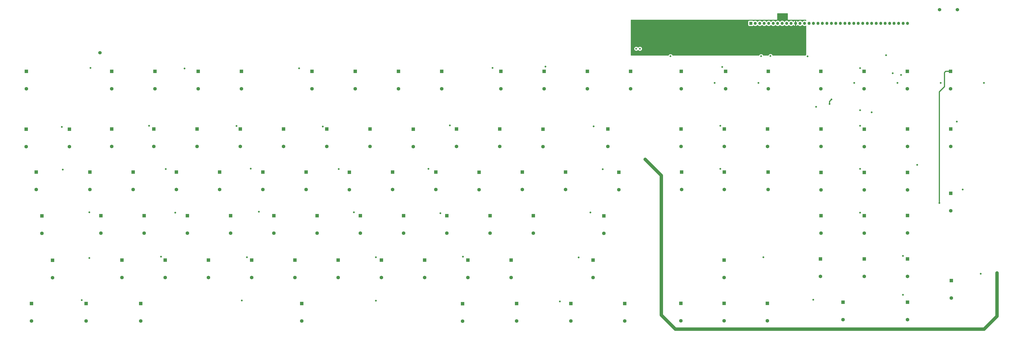
<source format=gbr>
%TF.GenerationSoftware,KiCad,Pcbnew,(5.1.9)-1*%
%TF.CreationDate,2021-06-08T21:52:20+10:00*%
%TF.ProjectId,RedPyKeeb_mainboard,52656450-794b-4656-9562-5f6d61696e62,rev?*%
%TF.SameCoordinates,Original*%
%TF.FileFunction,Copper,L3,Inr*%
%TF.FilePolarity,Positive*%
%FSLAX46Y46*%
G04 Gerber Fmt 4.6, Leading zero omitted, Abs format (unit mm)*
G04 Created by KiCad (PCBNEW (5.1.9)-1) date 2021-06-08 21:52:20*
%MOMM*%
%LPD*%
G01*
G04 APERTURE LIST*
%TA.AperFunction,ComponentPad*%
%ADD10O,1.350000X1.350000*%
%TD*%
%TA.AperFunction,ComponentPad*%
%ADD11R,1.350000X1.350000*%
%TD*%
%TA.AperFunction,ComponentPad*%
%ADD12C,1.600000*%
%TD*%
%TA.AperFunction,ComponentPad*%
%ADD13R,1.600000X1.600000*%
%TD*%
%TA.AperFunction,ViaPad*%
%ADD14C,0.800000*%
%TD*%
%TA.AperFunction,ViaPad*%
%ADD15C,1.524000*%
%TD*%
%TA.AperFunction,Conductor*%
%ADD16C,1.524000*%
%TD*%
%TA.AperFunction,Conductor*%
%ADD17C,0.508000*%
%TD*%
%TA.AperFunction,Conductor*%
%ADD18C,0.254000*%
%TD*%
%TA.AperFunction,Conductor*%
%ADD19C,0.100000*%
%TD*%
G04 APERTURE END LIST*
D10*
%TO.N,GNDPWR*%
%TO.C,J1*%
X412036400Y-31445200D03*
%TO.N,LED_SCL_STATUS0*%
X410036400Y-31445200D03*
%TO.N,LED_SDA_STATUS0*%
X408036400Y-31445200D03*
%TO.N,MAIN_VBUS*%
X406036400Y-31445200D03*
%TO.N,KEY_COL20*%
X404036400Y-31445200D03*
%TO.N,KEY_COL19*%
X402036400Y-31445200D03*
%TO.N,KEY_COL18*%
X400036400Y-31445200D03*
%TO.N,KEY_COL17*%
X398036400Y-31445200D03*
%TO.N,KEY_COL16*%
X396036400Y-31445200D03*
%TO.N,KEY_COL15*%
X394036400Y-31445200D03*
%TO.N,KEY_COL14*%
X392036400Y-31445200D03*
%TO.N,KEY_COL13*%
X390036400Y-31445200D03*
%TO.N,KEY_COL12*%
X388036400Y-31445200D03*
%TO.N,KEY_COL11*%
X386036400Y-31445200D03*
%TO.N,KEY_COL10*%
X384036400Y-31445200D03*
%TO.N,KEY_COL9*%
X382036400Y-31445200D03*
%TO.N,KEY_COL8*%
X380036400Y-31445200D03*
%TO.N,KEY_COL7*%
X378036400Y-31445200D03*
%TO.N,KEY_COL6*%
X376036400Y-31445200D03*
%TO.N,KEY_COL5*%
X374036400Y-31445200D03*
%TO.N,KEY_COL4*%
X372036400Y-31445200D03*
%TO.N,KEY_COL3*%
X370036400Y-31445200D03*
%TO.N,KEY_COL2*%
X368036400Y-31445200D03*
%TO.N,KEY_COL1*%
X366036400Y-31445200D03*
%TO.N,KEY_COL0*%
X364036400Y-31445200D03*
%TO.N,GNDPWR*%
X362036400Y-31445200D03*
%TO.N,LED_SCL_ROW0*%
X360036400Y-31445200D03*
%TO.N,LED_SDA_ROW0*%
X358036400Y-31445200D03*
%TO.N,MAIN_VBUS*%
X356036400Y-31445200D03*
%TO.N,KEY_ROW6*%
X354036400Y-31445200D03*
%TO.N,KEY_ROW5*%
X352036400Y-31445200D03*
%TO.N,KEY_ROW4*%
X350036400Y-31445200D03*
%TO.N,KEY_ROW3*%
X348036400Y-31445200D03*
%TO.N,KEY_ROW2*%
X346036400Y-31445200D03*
%TO.N,KEY_ROW1*%
X344036400Y-31445200D03*
D11*
%TO.N,KEY_ROW0*%
X342036400Y-31445200D03*
%TD*%
D12*
%TO.N,Net-(D0\u002C3-Pad2)*%
%TO.C,D0\u002C3*%
X25603200Y-125235800D03*
D13*
%TO.N,KEY_ROW3*%
X25603200Y-117435800D03*
%TD*%
D12*
%TO.N,Net-(D0\u002C5-Pad2)*%
%TO.C,D0\u002C5*%
X20967700Y-164351800D03*
D13*
%TO.N,KEY_ROW5*%
X20967700Y-156551800D03*
%TD*%
D12*
%TO.N,Net-(D0\u002C4-Pad2)*%
%TO.C,D0\u002C4*%
X30365700Y-144984300D03*
D13*
%TO.N,KEY_ROW4*%
X30365700Y-137184300D03*
%TD*%
D12*
%TO.N,Net-(D0\u002C0-Pad2)*%
%TO.C,D0\u002C0*%
X18618200Y-60656300D03*
D13*
%TO.N,KEY_ROW0*%
X18618200Y-52856300D03*
%TD*%
D12*
%TO.N,Net-(D0\u002C2-Pad2)*%
%TO.C,D0\u002C2*%
X23063200Y-105677800D03*
D13*
%TO.N,KEY_ROW2*%
X23063200Y-97877800D03*
%TD*%
D12*
%TO.N,Net-(D0\u002C1-Pad2)*%
%TO.C,D0\u002C1*%
X18554700Y-86500800D03*
D13*
%TO.N,KEY_ROW1*%
X18554700Y-78700800D03*
%TD*%
D12*
%TO.N,Net-(D1\u002C3-Pad2)*%
%TO.C,D1\u002C3*%
X51892200Y-125108800D03*
D13*
%TO.N,KEY_ROW3*%
X51892200Y-117308800D03*
%TD*%
D12*
%TO.N,Net-(D1\u002C0-Pad2)*%
%TO.C,D1\u002C0*%
X56766460Y-60707100D03*
D13*
%TO.N,KEY_ROW0*%
X56766460Y-52907100D03*
%TD*%
D12*
%TO.N,Net-(D1\u002C4-Pad2)*%
%TO.C,D1\u002C4*%
X61290200Y-144920800D03*
D13*
%TO.N,KEY_ROW4*%
X61290200Y-137120800D03*
%TD*%
D12*
%TO.N,Net-(D1\u002C5-Pad2)*%
%TO.C,D1\u002C5*%
X45351700Y-164351800D03*
D13*
%TO.N,KEY_ROW5*%
X45351700Y-156551800D03*
%TD*%
D12*
%TO.N,Net-(D1\u002C1-Pad2)*%
%TO.C,D1\u002C1*%
X37858700Y-86500800D03*
D13*
%TO.N,KEY_ROW1*%
X37858700Y-78700800D03*
%TD*%
D12*
%TO.N,Net-(D1\u002C2-Pad2)*%
%TO.C,D1\u002C2*%
X47002700Y-105677800D03*
D13*
%TO.N,KEY_ROW2*%
X47002700Y-97877800D03*
%TD*%
D12*
%TO.N,Net-(D2\u002C4-Pad2)*%
%TO.C,D2\u002C4*%
X80594200Y-144920800D03*
D13*
%TO.N,KEY_ROW4*%
X80594200Y-137120800D03*
%TD*%
D12*
%TO.N,Net-(D2\u002C5-Pad2)*%
%TO.C,D2\u002C5*%
X69735700Y-164351800D03*
D13*
%TO.N,KEY_ROW5*%
X69735700Y-156551800D03*
%TD*%
D12*
%TO.N,Net-(D2\u002C0-Pad2)*%
%TO.C,D2\u002C0*%
X76070460Y-60656300D03*
D13*
%TO.N,KEY_ROW0*%
X76070460Y-52856300D03*
%TD*%
D12*
%TO.N,Net-(D2\u002C2-Pad2)*%
%TO.C,D2\u002C2*%
X66306700Y-105677800D03*
D13*
%TO.N,KEY_ROW2*%
X66306700Y-97877800D03*
%TD*%
D12*
%TO.N,Net-(D2\u002C1-Pad2)*%
%TO.C,D2\u002C1*%
X56781700Y-86437300D03*
D13*
%TO.N,KEY_ROW1*%
X56781700Y-78637300D03*
%TD*%
D12*
%TO.N,Net-(D2\u002C3-Pad2)*%
%TO.C,D2\u002C3*%
X71196200Y-125108800D03*
D13*
%TO.N,KEY_ROW3*%
X71196200Y-117308800D03*
%TD*%
D12*
%TO.N,Net-(D3\u002C0-Pad2)*%
%TO.C,D3\u002C0*%
X95374460Y-60656300D03*
D13*
%TO.N,KEY_ROW0*%
X95374460Y-52856300D03*
%TD*%
D12*
%TO.N,Net-(D3\u002C1-Pad2)*%
%TO.C,D3\u002C1*%
X75577700Y-86437300D03*
D13*
%TO.N,KEY_ROW1*%
X75577700Y-78637300D03*
%TD*%
D12*
%TO.N,Net-(D3\u002C4-Pad2)*%
%TO.C,D3\u002C4*%
X99898200Y-144920800D03*
D13*
%TO.N,KEY_ROW4*%
X99898200Y-137120800D03*
%TD*%
D12*
%TO.N,Net-(D3\u002C2-Pad2)*%
%TO.C,D3\u002C2*%
X85610700Y-105677800D03*
D13*
%TO.N,KEY_ROW2*%
X85610700Y-97877800D03*
%TD*%
D12*
%TO.N,Net-(D3\u002C5-Pad2)*%
%TO.C,D3\u002C5*%
X141617700Y-164351800D03*
D13*
%TO.N,KEY_ROW5*%
X141617700Y-156551800D03*
%TD*%
D12*
%TO.N,Net-(D3\u002C3-Pad2)*%
%TO.C,D3\u002C3*%
X90500200Y-125108800D03*
D13*
%TO.N,KEY_ROW3*%
X90500200Y-117308800D03*
%TD*%
D12*
%TO.N,Net-(D4\u002C4-Pad2)*%
%TO.C,D4\u002C4*%
X119202200Y-144920800D03*
D13*
%TO.N,KEY_ROW4*%
X119202200Y-137120800D03*
%TD*%
D12*
%TO.N,Net-(D4\u002C3-Pad2)*%
%TO.C,D4\u002C3*%
X109804200Y-125108800D03*
D13*
%TO.N,KEY_ROW3*%
X109804200Y-117308800D03*
%TD*%
D12*
%TO.N,Net-(D4\u002C1-Pad2)*%
%TO.C,D4\u002C1*%
X94881700Y-86437300D03*
D13*
%TO.N,KEY_ROW1*%
X94881700Y-78637300D03*
%TD*%
D12*
%TO.N,Net-(D4\u002C0-Pad2)*%
%TO.C,D4\u002C0*%
X114678460Y-60656300D03*
D13*
%TO.N,KEY_ROW0*%
X114678460Y-52856300D03*
%TD*%
D12*
%TO.N,Net-(D4\u002C2-Pad2)*%
%TO.C,D4\u002C2*%
X104914700Y-105677800D03*
D13*
%TO.N,KEY_ROW2*%
X104914700Y-97877800D03*
%TD*%
D12*
%TO.N,Net-(D5\u002C0-Pad2)*%
%TO.C,D5\u002C0*%
X146174460Y-60656300D03*
D13*
%TO.N,KEY_ROW0*%
X146174460Y-52856300D03*
%TD*%
D12*
%TO.N,Net-(D5\u002C2-Pad2)*%
%TO.C,D5\u002C2*%
X124218700Y-105677800D03*
D13*
%TO.N,KEY_ROW2*%
X124218700Y-97877800D03*
%TD*%
D12*
%TO.N,Net-(D5\u002C1-Pad2)*%
%TO.C,D5\u002C1*%
X114185700Y-86437300D03*
D13*
%TO.N,KEY_ROW1*%
X114185700Y-78637300D03*
%TD*%
D12*
%TO.N,Net-(D5\u002C3-Pad2)*%
%TO.C,D5\u002C3*%
X129108200Y-125159600D03*
D13*
%TO.N,KEY_ROW3*%
X129108200Y-117359600D03*
%TD*%
D12*
%TO.N,Net-(D5\u002C4-Pad2)*%
%TO.C,D5\u002C4*%
X138506200Y-144971600D03*
D13*
%TO.N,KEY_ROW4*%
X138506200Y-137171600D03*
%TD*%
D12*
%TO.N,Net-(D6\u002C0-Pad2)*%
%TO.C,D6\u002C0*%
X165478460Y-60656300D03*
D13*
%TO.N,KEY_ROW0*%
X165478460Y-52856300D03*
%TD*%
D12*
%TO.N,Net-(D6\u002C3-Pad2)*%
%TO.C,D6\u002C3*%
X148412200Y-125108800D03*
D13*
%TO.N,KEY_ROW3*%
X148412200Y-117308800D03*
%TD*%
D12*
%TO.N,Net-(D6\u002C4-Pad2)*%
%TO.C,D6\u002C4*%
X157810200Y-144920800D03*
D13*
%TO.N,KEY_ROW4*%
X157810200Y-137120800D03*
%TD*%
D12*
%TO.N,Net-(D6\u002C1-Pad2)*%
%TO.C,D6\u002C1*%
X133489700Y-86437300D03*
D13*
%TO.N,KEY_ROW1*%
X133489700Y-78637300D03*
%TD*%
D12*
%TO.N,Net-(D6\u002C2-Pad2)*%
%TO.C,D6\u002C2*%
X143522700Y-105677800D03*
D13*
%TO.N,KEY_ROW2*%
X143522700Y-97877800D03*
%TD*%
D12*
%TO.N,Net-(D7\u002C4-Pad2)*%
%TO.C,D7\u002C4*%
X177114200Y-144971600D03*
D13*
%TO.N,KEY_ROW4*%
X177114200Y-137171600D03*
%TD*%
D12*
%TO.N,Net-(D7\u002C2-Pad2)*%
%TO.C,D7\u002C2*%
X162826700Y-105728600D03*
D13*
%TO.N,KEY_ROW2*%
X162826700Y-97928600D03*
%TD*%
D12*
%TO.N,Net-(D7\u002C1-Pad2)*%
%TO.C,D7\u002C1*%
X152793700Y-86437300D03*
D13*
%TO.N,KEY_ROW1*%
X152793700Y-78637300D03*
%TD*%
D12*
%TO.N,Net-(D7\u002C0-Pad2)*%
%TO.C,D7\u002C0*%
X184782460Y-60656300D03*
D13*
%TO.N,KEY_ROW0*%
X184782460Y-52856300D03*
%TD*%
D12*
%TO.N,Net-(D7\u002C3-Pad2)*%
%TO.C,D7\u002C3*%
X167716200Y-125108800D03*
D13*
%TO.N,KEY_ROW3*%
X167716200Y-117308800D03*
%TD*%
D12*
%TO.N,Net-(D8\u002C0-Pad2)*%
%TO.C,D8\u002C0*%
X204086460Y-60707100D03*
D13*
%TO.N,KEY_ROW0*%
X204086460Y-52907100D03*
%TD*%
D12*
%TO.N,Net-(D8\u002C3-Pad2)*%
%TO.C,D8\u002C3*%
X187020200Y-125108800D03*
D13*
%TO.N,KEY_ROW3*%
X187020200Y-117308800D03*
%TD*%
D12*
%TO.N,Net-(D8\u002C1-Pad2)*%
%TO.C,D8\u002C1*%
X172097700Y-86437300D03*
D13*
%TO.N,KEY_ROW1*%
X172097700Y-78637300D03*
%TD*%
D12*
%TO.N,Net-(D8\u002C2-Pad2)*%
%TO.C,D8\u002C2*%
X182130700Y-105677800D03*
D13*
%TO.N,KEY_ROW2*%
X182130700Y-97877800D03*
%TD*%
D12*
%TO.N,Net-(D8\u002C5-Pad2)*%
%TO.C,D8\u002C5*%
X213372700Y-164415300D03*
D13*
%TO.N,KEY_ROW5*%
X213372700Y-156615300D03*
%TD*%
D12*
%TO.N,Net-(D8\u002C4-Pad2)*%
%TO.C,D8\u002C4*%
X196418200Y-144920800D03*
D13*
%TO.N,KEY_ROW4*%
X196418200Y-137120800D03*
%TD*%
D12*
%TO.N,Net-(D9\u002C2-Pad2)*%
%TO.C,D9\u002C2*%
X201434700Y-105677800D03*
D13*
%TO.N,KEY_ROW2*%
X201434700Y-97877800D03*
%TD*%
D12*
%TO.N,Net-(D9\u002C1-Pad2)*%
%TO.C,D9\u002C1*%
X191401700Y-86488100D03*
D13*
%TO.N,KEY_ROW1*%
X191401700Y-78688100D03*
%TD*%
D12*
%TO.N,Net-(D9\u002C3-Pad2)*%
%TO.C,D9\u002C3*%
X206324200Y-125108800D03*
D13*
%TO.N,KEY_ROW3*%
X206324200Y-117308800D03*
%TD*%
D12*
%TO.N,Net-(D9\u002C4-Pad2)*%
%TO.C,D9\u002C4*%
X215722200Y-144920800D03*
D13*
%TO.N,KEY_ROW4*%
X215722200Y-137120800D03*
%TD*%
D12*
%TO.N,Net-(D9\u002C5-Pad2)*%
%TO.C,D9\u002C5*%
X237502700Y-164351800D03*
D13*
%TO.N,KEY_ROW5*%
X237502700Y-156551800D03*
%TD*%
D12*
%TO.N,Net-(D9\u002C0-Pad2)*%
%TO.C,D9\u002C0*%
X230502460Y-60656300D03*
D13*
%TO.N,KEY_ROW0*%
X230502460Y-52856300D03*
%TD*%
D12*
%TO.N,Net-(D10\u002C4-Pad2)*%
%TO.C,D10\u002C4*%
X235026200Y-144971600D03*
D13*
%TO.N,KEY_ROW4*%
X235026200Y-137171600D03*
%TD*%
D12*
%TO.N,Net-(D10\u002C5-Pad2)*%
%TO.C,D10\u002C5*%
X261696200Y-164351800D03*
D13*
%TO.N,KEY_ROW5*%
X261696200Y-156551800D03*
%TD*%
D12*
%TO.N,Net-(D10\u002C1-Pad2)*%
%TO.C,D10\u002C1*%
X210705700Y-86437300D03*
D13*
%TO.N,KEY_ROW1*%
X210705700Y-78637300D03*
%TD*%
D12*
%TO.N,Net-(D10\u002C0-Pad2)*%
%TO.C,D10\u002C0*%
X249806460Y-60656300D03*
D13*
%TO.N,KEY_ROW0*%
X249806460Y-52856300D03*
%TD*%
D12*
%TO.N,Net-(D10\u002C2-Pad2)*%
%TO.C,D10\u002C2*%
X220738700Y-105728600D03*
D13*
%TO.N,KEY_ROW2*%
X220738700Y-97928600D03*
%TD*%
D12*
%TO.N,Net-(D10\u002C3-Pad2)*%
%TO.C,D10\u002C3*%
X225628200Y-125108800D03*
D13*
%TO.N,KEY_ROW3*%
X225628200Y-117308800D03*
%TD*%
D12*
%TO.N,Net-(D11\u002C0-Pad2)*%
%TO.C,D11\u002C0*%
X269110460Y-60656300D03*
D13*
%TO.N,KEY_ROW0*%
X269110460Y-52856300D03*
%TD*%
D12*
%TO.N,Net-(D11\u002C1-Pad2)*%
%TO.C,D11\u002C1*%
X230009700Y-86437300D03*
D13*
%TO.N,KEY_ROW1*%
X230009700Y-78637300D03*
%TD*%
D12*
%TO.N,Net-(D11\u002C3-Pad2)*%
%TO.C,D11\u002C3*%
X244932200Y-125108800D03*
D13*
%TO.N,KEY_ROW3*%
X244932200Y-117308800D03*
%TD*%
D12*
%TO.N,Net-(D11\u002C2-Pad2)*%
%TO.C,D11\u002C2*%
X240042700Y-105677800D03*
D13*
%TO.N,KEY_ROW2*%
X240042700Y-97877800D03*
%TD*%
D12*
%TO.N,Net-(D11\u002C4-Pad2)*%
%TO.C,D11\u002C4*%
X271602200Y-144920800D03*
D13*
%TO.N,KEY_ROW4*%
X271602200Y-137120800D03*
%TD*%
D12*
%TO.N,Net-(D11\u002C5-Pad2)*%
%TO.C,D11\u002C5*%
X285762700Y-164351800D03*
D13*
%TO.N,KEY_ROW5*%
X285762700Y-156551800D03*
%TD*%
D12*
%TO.N,Net-(D12\u002C3-Pad2)*%
%TO.C,D12\u002C3*%
X276428200Y-125172300D03*
D13*
%TO.N,KEY_ROW3*%
X276428200Y-117372300D03*
%TD*%
D12*
%TO.N,Net-(D12\u002C2-Pad2)*%
%TO.C,D12\u002C2*%
X259346700Y-105677800D03*
D13*
%TO.N,KEY_ROW2*%
X259346700Y-97877800D03*
%TD*%
D12*
%TO.N,Net-(D12\u002C1-Pad2)*%
%TO.C,D12\u002C1*%
X249313700Y-86488100D03*
D13*
%TO.N,KEY_ROW1*%
X249313700Y-78688100D03*
%TD*%
D12*
%TO.N,Net-(D12\u002C0-Pad2)*%
%TO.C,D12\u002C0*%
X288414460Y-60656300D03*
D13*
%TO.N,KEY_ROW0*%
X288414460Y-52856300D03*
%TD*%
D12*
%TO.N,Net-(D13\u002C2-Pad2)*%
%TO.C,D13\u002C2*%
X283159200Y-105741300D03*
D13*
%TO.N,KEY_ROW2*%
X283159200Y-97941300D03*
%TD*%
D12*
%TO.N,Net-(D13\u002C1-Pad2)*%
%TO.C,D13\u002C1*%
X278269700Y-86437300D03*
D13*
%TO.N,KEY_ROW1*%
X278269700Y-78637300D03*
%TD*%
D12*
%TO.N,Net-(D14\u002C1-Pad2)*%
%TO.C,D14\u002C1*%
X310934100Y-86437300D03*
D13*
%TO.N,KEY_ROW1*%
X310934100Y-78637300D03*
%TD*%
D12*
%TO.N,Net-(D14\u002C3-Pad2)*%
%TO.C,D14\u002C3*%
X311188100Y-105677800D03*
D13*
%TO.N,KEY_ROW3*%
X311188100Y-97877800D03*
%TD*%
D12*
%TO.N,Net-(D14\u002C0-Pad2)*%
%TO.C,D14\u002C0*%
X310984900Y-60656300D03*
D13*
%TO.N,KEY_ROW0*%
X310984900Y-52856300D03*
%TD*%
D12*
%TO.N,Net-(D14\u002C6-Pad2)*%
%TO.C,D14\u002C6*%
X310870600Y-164224800D03*
D13*
%TO.N,KEY_ROW6*%
X310870600Y-156424800D03*
%TD*%
D12*
%TO.N,Net-(D15\u002C0-Pad2)*%
%TO.C,D15\u002C0*%
X330796900Y-60656300D03*
D13*
%TO.N,KEY_ROW0*%
X330796900Y-52856300D03*
%TD*%
D12*
%TO.N,Net-(D15\u002C1-Pad2)*%
%TO.C,D15\u002C1*%
X330238100Y-86437300D03*
D13*
%TO.N,KEY_ROW1*%
X330238100Y-78637300D03*
%TD*%
D12*
%TO.N,Net-(D15\u002C3-Pad2)*%
%TO.C,D15\u002C3*%
X330238100Y-105677800D03*
D13*
%TO.N,KEY_ROW3*%
X330238100Y-97877800D03*
%TD*%
D12*
%TO.N,Net-(D15\u002C5-Pad2)*%
%TO.C,D15\u002C5*%
X330174600Y-144920800D03*
D13*
%TO.N,KEY_ROW5*%
X330174600Y-137120800D03*
%TD*%
D12*
%TO.N,Net-(D15\u002C6-Pad2)*%
%TO.C,D15\u002C6*%
X330174600Y-164224800D03*
D13*
%TO.N,KEY_ROW6*%
X330174600Y-156424800D03*
%TD*%
D12*
%TO.N,Net-(D16\u002C6-Pad2)*%
%TO.C,D16\u002C6*%
X349478600Y-164224800D03*
D13*
%TO.N,KEY_ROW6*%
X349478600Y-156424800D03*
%TD*%
D12*
%TO.N,Net-(D16\u002C0-Pad2)*%
%TO.C,D16\u002C0*%
X349846900Y-60656300D03*
D13*
%TO.N,KEY_ROW0*%
X349846900Y-52856300D03*
%TD*%
D12*
%TO.N,Net-(D16\u002C1-Pad2)*%
%TO.C,D16\u002C1*%
X349542100Y-86437300D03*
D13*
%TO.N,KEY_ROW1*%
X349542100Y-78637300D03*
%TD*%
D12*
%TO.N,Net-(D16\u002C5-Pad2)*%
%TO.C,D16\u002C5*%
X373164100Y-144412800D03*
D13*
%TO.N,KEY_ROW5*%
X373164100Y-136612800D03*
%TD*%
D12*
%TO.N,Net-(D16\u002C3-Pad2)*%
%TO.C,D16\u002C3*%
X349796100Y-105677800D03*
D13*
%TO.N,KEY_ROW3*%
X349796100Y-97877800D03*
%TD*%
D12*
%TO.N,Net-(D16\u002C4-Pad2)*%
%TO.C,D16\u002C4*%
X373418100Y-125108800D03*
D13*
%TO.N,KEY_ROW4*%
X373418100Y-117308800D03*
%TD*%
D12*
%TO.N,Net-(D17\u002C3-Pad2)*%
%TO.C,D17\u002C3*%
X373418100Y-105804800D03*
D13*
%TO.N,KEY_ROW3*%
X373418100Y-98004800D03*
%TD*%
D12*
%TO.N,Net-(D17\u002C1-Pad2)*%
%TO.C,D17\u002C1*%
X373418100Y-86437300D03*
D13*
%TO.N,KEY_ROW1*%
X373418100Y-78637300D03*
%TD*%
D12*
%TO.N,Net-(D17\u002C6-Pad2)*%
%TO.C,D17\u002C6*%
X383197100Y-163767600D03*
D13*
%TO.N,KEY_ROW6*%
X383197100Y-155967600D03*
%TD*%
D12*
%TO.N,Net-(D17\u002C4-Pad2)*%
%TO.C,D17\u002C4*%
X392722100Y-125108800D03*
D13*
%TO.N,KEY_ROW4*%
X392722100Y-117308800D03*
%TD*%
D12*
%TO.N,Net-(D17\u002C0-Pad2)*%
%TO.C,D17\u002C0*%
X373354600Y-60656300D03*
D13*
%TO.N,KEY_ROW0*%
X373354600Y-52856300D03*
%TD*%
D12*
%TO.N,Net-(D17\u002C5-Pad2)*%
%TO.C,D17\u002C5*%
X392722100Y-144412800D03*
D13*
%TO.N,KEY_ROW5*%
X392722100Y-136612800D03*
%TD*%
D12*
%TO.N,Net-(D18\u002C1-Pad2)*%
%TO.C,D18\u002C1*%
X392722100Y-86488100D03*
D13*
%TO.N,KEY_ROW1*%
X392722100Y-78688100D03*
%TD*%
D12*
%TO.N,Net-(D18\u002C6-Pad2)*%
%TO.C,D18\u002C6*%
X412026100Y-163716800D03*
D13*
%TO.N,KEY_ROW6*%
X412026100Y-155916800D03*
%TD*%
D12*
%TO.N,Net-(D18\u002C3-Pad2)*%
%TO.C,D18\u002C3*%
X392722100Y-105804800D03*
D13*
%TO.N,KEY_ROW3*%
X392722100Y-98004800D03*
%TD*%
D12*
%TO.N,Net-(D18\u002C0-Pad2)*%
%TO.C,D18\u002C0*%
X392658600Y-60656300D03*
D13*
%TO.N,KEY_ROW0*%
X392658600Y-52856300D03*
%TD*%
D12*
%TO.N,Net-(D18\u002C5-Pad2)*%
%TO.C,D18\u002C5*%
X412026100Y-144412800D03*
D13*
%TO.N,KEY_ROW5*%
X412026100Y-136612800D03*
%TD*%
D12*
%TO.N,Net-(D18\u002C4-Pad2)*%
%TO.C,D18\u002C4*%
X412026100Y-125045300D03*
D13*
%TO.N,KEY_ROW4*%
X412026100Y-117245300D03*
%TD*%
D12*
%TO.N,Net-(D19\u002C4-Pad2)*%
%TO.C,D19\u002C4*%
X431330100Y-115126600D03*
D13*
%TO.N,KEY_ROW4*%
X431330100Y-107326600D03*
%TD*%
D12*
%TO.N,Net-(D19\u002C0-Pad2)*%
%TO.C,D19\u002C0*%
X411962600Y-60656300D03*
D13*
%TO.N,KEY_ROW0*%
X411962600Y-52856300D03*
%TD*%
D12*
%TO.N,Net-(D19\u002C3-Pad2)*%
%TO.C,D19\u002C3*%
X412026100Y-105804800D03*
D13*
%TO.N,KEY_ROW3*%
X412026100Y-98004800D03*
%TD*%
D12*
%TO.N,Net-(D19\u002C1-Pad2)*%
%TO.C,D19\u002C1*%
X412026100Y-86437300D03*
D13*
%TO.N,KEY_ROW1*%
X412026100Y-78637300D03*
%TD*%
D12*
%TO.N,Net-(D19\u002C6-Pad2)*%
%TO.C,D19\u002C6*%
X431584100Y-154064800D03*
D13*
%TO.N,KEY_ROW6*%
X431584100Y-146264800D03*
%TD*%
D12*
%TO.N,Net-(D20\u002C1-Pad2)*%
%TO.C,D20\u002C1*%
X431330100Y-86437300D03*
D13*
%TO.N,KEY_ROW1*%
X431330100Y-78637300D03*
%TD*%
D12*
%TO.N,Net-(D20\u002C0-Pad2)*%
%TO.C,D20\u002C0*%
X431266600Y-60707100D03*
D13*
%TO.N,KEY_ROW0*%
X431266600Y-52907100D03*
%TD*%
D14*
%TO.N,KEY_ROW6*%
X409130500Y-54483000D03*
X402463000Y-45720000D03*
X405384000Y-53784500D03*
D15*
%TO.N,GNDPWR*%
X434288700Y-25374600D03*
X51482609Y-44630991D03*
X294894000Y-92202000D03*
X451935820Y-142932180D03*
D14*
%TO.N,KEY_COL19*%
X426858100Y-58077100D03*
%TO.N,KEY_COL18*%
X407554100Y-58077100D03*
%TO.N,KEY_COL17*%
X388250100Y-58077100D03*
%TO.N,KEY_COL15*%
X345438400Y-58077100D03*
%TO.N,KEY_COL14*%
X325880400Y-58077100D03*
%TO.N,MAIN_VBUS*%
X89230681Y-51612319D03*
X140373100Y-51523900D03*
X226745800Y-51409600D03*
X34493200Y-77724000D03*
X112423699Y-77314301D03*
X150977600Y-77571600D03*
X271907000Y-77444600D03*
X444652400Y-143256000D03*
X34931831Y-96792569D03*
X118821200Y-96367600D03*
X158062649Y-96496151D03*
X275920200Y-96545400D03*
X46736000Y-115824000D03*
X122456699Y-115541301D03*
X164846000Y-115824000D03*
X270408400Y-115925600D03*
X46736000Y-136245600D03*
X117097699Y-135893699D03*
X174701200Y-135890000D03*
X265176000Y-135991600D03*
X256844800Y-155600400D03*
X174701200Y-155244800D03*
X114858800Y-155143200D03*
X43408600Y-154965400D03*
X203504800Y-116230400D03*
X213512400Y-135636000D03*
X198170800Y-96418400D03*
X78740000Y-135643398D03*
X85121750Y-115982750D03*
X80878399Y-96477101D03*
X73406000Y-77216000D03*
X328476099Y-77161901D03*
X328476099Y-96402401D03*
X347694250Y-135858250D03*
X369919250Y-154844750D03*
X410019500Y-135318500D03*
X390842500Y-115951000D03*
X390842500Y-96456500D03*
X390842500Y-77216000D03*
X390842500Y-70294500D03*
X390842500Y-51435000D03*
D15*
X426288700Y-25374600D03*
D14*
X410019500Y-152641300D03*
X207708500Y-77025500D03*
X47231300Y-51396900D03*
X329279199Y-50958801D03*
X250361399Y-50781001D03*
X416356800Y-94640400D03*
X436676800Y-105664000D03*
X433998800Y-75372800D03*
%TO.N,KEY_ROW5*%
X396049500Y-71183500D03*
X371221000Y-68770500D03*
X367379250Y-46196250D03*
%TO.N,KEY_ROW4*%
X350837500Y-46037500D03*
%TO.N,KEY_ROW3*%
X346646500Y-46101000D03*
%TO.N,KEY_ROW2*%
X306197000Y-46101000D03*
%TO.N,KEY_ROW1*%
X292544500Y-42799000D03*
%TO.N,KEY_ROW0*%
X426224700Y-111696500D03*
X290893500Y-42799000D03*
%TO.N,KEY_COL20*%
X446162100Y-58077100D03*
%TO.N,LED_SCL_STATUS0*%
X377190000Y-67437000D03*
X378091700Y-65468500D03*
%TD*%
D16*
%TO.N,GNDPWR*%
X451935820Y-142932180D02*
X451935820Y-162236180D01*
X451935820Y-162236180D02*
X446176400Y-167995600D01*
X446176400Y-167995600D02*
X308406800Y-167995600D01*
X308406800Y-167995600D02*
X302082200Y-161671000D01*
X302082200Y-99390200D02*
X294894000Y-92202000D01*
X302082200Y-161671000D02*
X302082200Y-99390200D01*
D17*
%TO.N,KEY_ROW5*%
X412039900Y-136626600D02*
X412026100Y-136612800D01*
%TO.N,KEY_ROW0*%
X18794199Y-53032299D02*
X18618200Y-52856300D01*
X426245601Y-111675599D02*
X426245601Y-62043999D01*
X426245601Y-62043999D02*
X428498000Y-59791600D01*
X428498000Y-59791600D02*
X428498000Y-53467000D01*
X429057900Y-52907100D02*
X431266600Y-52907100D01*
X428498000Y-53467000D02*
X429057900Y-52907100D01*
X426224700Y-111696500D02*
X426245601Y-111675599D01*
%TO.N,KEY_COL20*%
X446151000Y-58066000D02*
X446162100Y-58077100D01*
%TO.N,LED_SCL_STATUS0*%
X377190000Y-66370200D02*
X378091700Y-65468500D01*
X377190000Y-67437000D02*
X377190000Y-66370200D01*
%TD*%
D18*
%TO.N,GNDPWR*%
X366649000Y-30281013D02*
X366418513Y-30185542D01*
X366165424Y-30135200D01*
X365907376Y-30135200D01*
X365654287Y-30185542D01*
X365415882Y-30284293D01*
X365201323Y-30427656D01*
X365036400Y-30592579D01*
X364871477Y-30427656D01*
X364656918Y-30284293D01*
X364418513Y-30185542D01*
X364165424Y-30135200D01*
X363907376Y-30135200D01*
X363654287Y-30185542D01*
X363415882Y-30284293D01*
X363201323Y-30427656D01*
X363029719Y-30599260D01*
X362907627Y-30466897D01*
X362700029Y-30315727D01*
X362466928Y-30207962D01*
X362365800Y-30177290D01*
X362163400Y-30300976D01*
X362163400Y-31318200D01*
X362183400Y-31318200D01*
X362183400Y-31572200D01*
X362163400Y-31572200D01*
X362163400Y-32589424D01*
X362365800Y-32713110D01*
X362466928Y-32682438D01*
X362700029Y-32574673D01*
X362907627Y-32423503D01*
X363029719Y-32291140D01*
X363201323Y-32462744D01*
X363415882Y-32606107D01*
X363654287Y-32704858D01*
X363907376Y-32755200D01*
X364165424Y-32755200D01*
X364418513Y-32704858D01*
X364656918Y-32606107D01*
X364871477Y-32462744D01*
X365036400Y-32297821D01*
X365201323Y-32462744D01*
X365415882Y-32606107D01*
X365654287Y-32704858D01*
X365907376Y-32755200D01*
X366165424Y-32755200D01*
X366418513Y-32704858D01*
X366649000Y-32609387D01*
X366649000Y-45462789D01*
X366575313Y-45536476D01*
X366462045Y-45705994D01*
X366456243Y-45720000D01*
X351826263Y-45720000D01*
X351754705Y-45547244D01*
X351641437Y-45377726D01*
X351497274Y-45233563D01*
X351327756Y-45120295D01*
X351139398Y-45042274D01*
X350939439Y-45002500D01*
X350735561Y-45002500D01*
X350535602Y-45042274D01*
X350347244Y-45120295D01*
X350177726Y-45233563D01*
X350033563Y-45377726D01*
X349920295Y-45547244D01*
X349848737Y-45720000D01*
X347608961Y-45720000D01*
X347563705Y-45610744D01*
X347450437Y-45441226D01*
X347306274Y-45297063D01*
X347136756Y-45183795D01*
X346948398Y-45105774D01*
X346748439Y-45066000D01*
X346544561Y-45066000D01*
X346344602Y-45105774D01*
X346156244Y-45183795D01*
X345986726Y-45297063D01*
X345842563Y-45441226D01*
X345729295Y-45610744D01*
X345684039Y-45720000D01*
X307159461Y-45720000D01*
X307114205Y-45610744D01*
X307000937Y-45441226D01*
X306856774Y-45297063D01*
X306687256Y-45183795D01*
X306498898Y-45105774D01*
X306298939Y-45066000D01*
X306095061Y-45066000D01*
X305895102Y-45105774D01*
X305706744Y-45183795D01*
X305537226Y-45297063D01*
X305393063Y-45441226D01*
X305279795Y-45610744D01*
X305234539Y-45720000D01*
X288544000Y-45720000D01*
X288544000Y-42697061D01*
X289858500Y-42697061D01*
X289858500Y-42900939D01*
X289898274Y-43100898D01*
X289976295Y-43289256D01*
X290089563Y-43458774D01*
X290233726Y-43602937D01*
X290403244Y-43716205D01*
X290591602Y-43794226D01*
X290791561Y-43834000D01*
X290995439Y-43834000D01*
X291195398Y-43794226D01*
X291383756Y-43716205D01*
X291553274Y-43602937D01*
X291697437Y-43458774D01*
X291719000Y-43426503D01*
X291740563Y-43458774D01*
X291884726Y-43602937D01*
X292054244Y-43716205D01*
X292242602Y-43794226D01*
X292442561Y-43834000D01*
X292646439Y-43834000D01*
X292846398Y-43794226D01*
X293034756Y-43716205D01*
X293204274Y-43602937D01*
X293348437Y-43458774D01*
X293461705Y-43289256D01*
X293539726Y-43100898D01*
X293579500Y-42900939D01*
X293579500Y-42697061D01*
X293539726Y-42497102D01*
X293461705Y-42308744D01*
X293348437Y-42139226D01*
X293204274Y-41995063D01*
X293034756Y-41881795D01*
X292846398Y-41803774D01*
X292646439Y-41764000D01*
X292442561Y-41764000D01*
X292242602Y-41803774D01*
X292054244Y-41881795D01*
X291884726Y-41995063D01*
X291740563Y-42139226D01*
X291719000Y-42171497D01*
X291697437Y-42139226D01*
X291553274Y-41995063D01*
X291383756Y-41881795D01*
X291195398Y-41803774D01*
X290995439Y-41764000D01*
X290791561Y-41764000D01*
X290591602Y-41803774D01*
X290403244Y-41881795D01*
X290233726Y-41995063D01*
X290089563Y-42139226D01*
X289976295Y-42308744D01*
X289898274Y-42497102D01*
X289858500Y-42697061D01*
X288544000Y-42697061D01*
X288544000Y-30770200D01*
X340723328Y-30770200D01*
X340723328Y-32120200D01*
X340735588Y-32244682D01*
X340771898Y-32364380D01*
X340830863Y-32474694D01*
X340910215Y-32571385D01*
X341006906Y-32650737D01*
X341117220Y-32709702D01*
X341236918Y-32746012D01*
X341361400Y-32758272D01*
X342711400Y-32758272D01*
X342835882Y-32746012D01*
X342955580Y-32709702D01*
X343065894Y-32650737D01*
X343162585Y-32571385D01*
X343233887Y-32484503D01*
X343415882Y-32606107D01*
X343654287Y-32704858D01*
X343907376Y-32755200D01*
X344165424Y-32755200D01*
X344418513Y-32704858D01*
X344656918Y-32606107D01*
X344871477Y-32462744D01*
X345036400Y-32297821D01*
X345201323Y-32462744D01*
X345415882Y-32606107D01*
X345654287Y-32704858D01*
X345907376Y-32755200D01*
X346165424Y-32755200D01*
X346418513Y-32704858D01*
X346656918Y-32606107D01*
X346871477Y-32462744D01*
X347036400Y-32297821D01*
X347201323Y-32462744D01*
X347415882Y-32606107D01*
X347654287Y-32704858D01*
X347907376Y-32755200D01*
X348165424Y-32755200D01*
X348418513Y-32704858D01*
X348656918Y-32606107D01*
X348871477Y-32462744D01*
X349036400Y-32297821D01*
X349201323Y-32462744D01*
X349415882Y-32606107D01*
X349654287Y-32704858D01*
X349907376Y-32755200D01*
X350165424Y-32755200D01*
X350418513Y-32704858D01*
X350656918Y-32606107D01*
X350871477Y-32462744D01*
X351036400Y-32297821D01*
X351201323Y-32462744D01*
X351415882Y-32606107D01*
X351654287Y-32704858D01*
X351907376Y-32755200D01*
X352165424Y-32755200D01*
X352418513Y-32704858D01*
X352656918Y-32606107D01*
X352871477Y-32462744D01*
X353036400Y-32297821D01*
X353201323Y-32462744D01*
X353415882Y-32606107D01*
X353654287Y-32704858D01*
X353907376Y-32755200D01*
X354165424Y-32755200D01*
X354418513Y-32704858D01*
X354656918Y-32606107D01*
X354871477Y-32462744D01*
X355036400Y-32297821D01*
X355201323Y-32462744D01*
X355415882Y-32606107D01*
X355654287Y-32704858D01*
X355907376Y-32755200D01*
X356165424Y-32755200D01*
X356418513Y-32704858D01*
X356656918Y-32606107D01*
X356871477Y-32462744D01*
X357036400Y-32297821D01*
X357201323Y-32462744D01*
X357415882Y-32606107D01*
X357654287Y-32704858D01*
X357907376Y-32755200D01*
X358165424Y-32755200D01*
X358418513Y-32704858D01*
X358656918Y-32606107D01*
X358871477Y-32462744D01*
X359036400Y-32297821D01*
X359201323Y-32462744D01*
X359415882Y-32606107D01*
X359654287Y-32704858D01*
X359907376Y-32755200D01*
X360165424Y-32755200D01*
X360418513Y-32704858D01*
X360656918Y-32606107D01*
X360871477Y-32462744D01*
X361043081Y-32291140D01*
X361165173Y-32423503D01*
X361372771Y-32574673D01*
X361605872Y-32682438D01*
X361707000Y-32713110D01*
X361909400Y-32589424D01*
X361909400Y-31572200D01*
X361889400Y-31572200D01*
X361889400Y-31318200D01*
X361909400Y-31318200D01*
X361909400Y-30300976D01*
X361707000Y-30177290D01*
X361605872Y-30207962D01*
X361372771Y-30315727D01*
X361165173Y-30466897D01*
X361043081Y-30599260D01*
X360871477Y-30427656D01*
X360656918Y-30284293D01*
X360418513Y-30185542D01*
X360165424Y-30135200D01*
X359907376Y-30135200D01*
X359654287Y-30185542D01*
X359415882Y-30284293D01*
X359201323Y-30427656D01*
X359036400Y-30592579D01*
X358871477Y-30427656D01*
X358656918Y-30284293D01*
X358418513Y-30185542D01*
X358165424Y-30135200D01*
X357907376Y-30135200D01*
X357654287Y-30185542D01*
X357415882Y-30284293D01*
X357201323Y-30427656D01*
X357036400Y-30592579D01*
X356871477Y-30427656D01*
X356656918Y-30284293D01*
X356418513Y-30185542D01*
X356165424Y-30135200D01*
X355907376Y-30135200D01*
X355654287Y-30185542D01*
X355415882Y-30284293D01*
X355201323Y-30427656D01*
X355036400Y-30592579D01*
X354871477Y-30427656D01*
X354656918Y-30284293D01*
X354418513Y-30185542D01*
X354165424Y-30135200D01*
X353907376Y-30135200D01*
X353654287Y-30185542D01*
X353415882Y-30284293D01*
X353201323Y-30427656D01*
X353036400Y-30592579D01*
X352871477Y-30427656D01*
X352656918Y-30284293D01*
X352418513Y-30185542D01*
X352165424Y-30135200D01*
X351907376Y-30135200D01*
X351654287Y-30185542D01*
X351415882Y-30284293D01*
X351201323Y-30427656D01*
X351036400Y-30592579D01*
X350871477Y-30427656D01*
X350656918Y-30284293D01*
X350418513Y-30185542D01*
X350165424Y-30135200D01*
X349907376Y-30135200D01*
X349654287Y-30185542D01*
X349415882Y-30284293D01*
X349201323Y-30427656D01*
X349036400Y-30592579D01*
X348871477Y-30427656D01*
X348656918Y-30284293D01*
X348418513Y-30185542D01*
X348165424Y-30135200D01*
X347907376Y-30135200D01*
X347654287Y-30185542D01*
X347415882Y-30284293D01*
X347201323Y-30427656D01*
X347036400Y-30592579D01*
X346871477Y-30427656D01*
X346656918Y-30284293D01*
X346418513Y-30185542D01*
X346165424Y-30135200D01*
X345907376Y-30135200D01*
X345654287Y-30185542D01*
X345415882Y-30284293D01*
X345201323Y-30427656D01*
X345036400Y-30592579D01*
X344871477Y-30427656D01*
X344656918Y-30284293D01*
X344418513Y-30185542D01*
X344165424Y-30135200D01*
X343907376Y-30135200D01*
X343654287Y-30185542D01*
X343415882Y-30284293D01*
X343233887Y-30405897D01*
X343162585Y-30319015D01*
X343065894Y-30239663D01*
X342955580Y-30180698D01*
X342835882Y-30144388D01*
X342711400Y-30132128D01*
X341361400Y-30132128D01*
X341236918Y-30144388D01*
X341117220Y-30180698D01*
X341006906Y-30239663D01*
X340910215Y-30319015D01*
X340830863Y-30415706D01*
X340771898Y-30526020D01*
X340735588Y-30645718D01*
X340723328Y-30770200D01*
X288544000Y-30770200D01*
X288544000Y-29972000D01*
X366649000Y-29972000D01*
X366649000Y-30281013D01*
%TA.AperFunction,Conductor*%
D19*
G36*
X366649000Y-30281013D02*
G01*
X366418513Y-30185542D01*
X366165424Y-30135200D01*
X365907376Y-30135200D01*
X365654287Y-30185542D01*
X365415882Y-30284293D01*
X365201323Y-30427656D01*
X365036400Y-30592579D01*
X364871477Y-30427656D01*
X364656918Y-30284293D01*
X364418513Y-30185542D01*
X364165424Y-30135200D01*
X363907376Y-30135200D01*
X363654287Y-30185542D01*
X363415882Y-30284293D01*
X363201323Y-30427656D01*
X363029719Y-30599260D01*
X362907627Y-30466897D01*
X362700029Y-30315727D01*
X362466928Y-30207962D01*
X362365800Y-30177290D01*
X362163400Y-30300976D01*
X362163400Y-31318200D01*
X362183400Y-31318200D01*
X362183400Y-31572200D01*
X362163400Y-31572200D01*
X362163400Y-32589424D01*
X362365800Y-32713110D01*
X362466928Y-32682438D01*
X362700029Y-32574673D01*
X362907627Y-32423503D01*
X363029719Y-32291140D01*
X363201323Y-32462744D01*
X363415882Y-32606107D01*
X363654287Y-32704858D01*
X363907376Y-32755200D01*
X364165424Y-32755200D01*
X364418513Y-32704858D01*
X364656918Y-32606107D01*
X364871477Y-32462744D01*
X365036400Y-32297821D01*
X365201323Y-32462744D01*
X365415882Y-32606107D01*
X365654287Y-32704858D01*
X365907376Y-32755200D01*
X366165424Y-32755200D01*
X366418513Y-32704858D01*
X366649000Y-32609387D01*
X366649000Y-45462789D01*
X366575313Y-45536476D01*
X366462045Y-45705994D01*
X366456243Y-45720000D01*
X351826263Y-45720000D01*
X351754705Y-45547244D01*
X351641437Y-45377726D01*
X351497274Y-45233563D01*
X351327756Y-45120295D01*
X351139398Y-45042274D01*
X350939439Y-45002500D01*
X350735561Y-45002500D01*
X350535602Y-45042274D01*
X350347244Y-45120295D01*
X350177726Y-45233563D01*
X350033563Y-45377726D01*
X349920295Y-45547244D01*
X349848737Y-45720000D01*
X347608961Y-45720000D01*
X347563705Y-45610744D01*
X347450437Y-45441226D01*
X347306274Y-45297063D01*
X347136756Y-45183795D01*
X346948398Y-45105774D01*
X346748439Y-45066000D01*
X346544561Y-45066000D01*
X346344602Y-45105774D01*
X346156244Y-45183795D01*
X345986726Y-45297063D01*
X345842563Y-45441226D01*
X345729295Y-45610744D01*
X345684039Y-45720000D01*
X307159461Y-45720000D01*
X307114205Y-45610744D01*
X307000937Y-45441226D01*
X306856774Y-45297063D01*
X306687256Y-45183795D01*
X306498898Y-45105774D01*
X306298939Y-45066000D01*
X306095061Y-45066000D01*
X305895102Y-45105774D01*
X305706744Y-45183795D01*
X305537226Y-45297063D01*
X305393063Y-45441226D01*
X305279795Y-45610744D01*
X305234539Y-45720000D01*
X288544000Y-45720000D01*
X288544000Y-42697061D01*
X289858500Y-42697061D01*
X289858500Y-42900939D01*
X289898274Y-43100898D01*
X289976295Y-43289256D01*
X290089563Y-43458774D01*
X290233726Y-43602937D01*
X290403244Y-43716205D01*
X290591602Y-43794226D01*
X290791561Y-43834000D01*
X290995439Y-43834000D01*
X291195398Y-43794226D01*
X291383756Y-43716205D01*
X291553274Y-43602937D01*
X291697437Y-43458774D01*
X291719000Y-43426503D01*
X291740563Y-43458774D01*
X291884726Y-43602937D01*
X292054244Y-43716205D01*
X292242602Y-43794226D01*
X292442561Y-43834000D01*
X292646439Y-43834000D01*
X292846398Y-43794226D01*
X293034756Y-43716205D01*
X293204274Y-43602937D01*
X293348437Y-43458774D01*
X293461705Y-43289256D01*
X293539726Y-43100898D01*
X293579500Y-42900939D01*
X293579500Y-42697061D01*
X293539726Y-42497102D01*
X293461705Y-42308744D01*
X293348437Y-42139226D01*
X293204274Y-41995063D01*
X293034756Y-41881795D01*
X292846398Y-41803774D01*
X292646439Y-41764000D01*
X292442561Y-41764000D01*
X292242602Y-41803774D01*
X292054244Y-41881795D01*
X291884726Y-41995063D01*
X291740563Y-42139226D01*
X291719000Y-42171497D01*
X291697437Y-42139226D01*
X291553274Y-41995063D01*
X291383756Y-41881795D01*
X291195398Y-41803774D01*
X290995439Y-41764000D01*
X290791561Y-41764000D01*
X290591602Y-41803774D01*
X290403244Y-41881795D01*
X290233726Y-41995063D01*
X290089563Y-42139226D01*
X289976295Y-42308744D01*
X289898274Y-42497102D01*
X289858500Y-42697061D01*
X288544000Y-42697061D01*
X288544000Y-30770200D01*
X340723328Y-30770200D01*
X340723328Y-32120200D01*
X340735588Y-32244682D01*
X340771898Y-32364380D01*
X340830863Y-32474694D01*
X340910215Y-32571385D01*
X341006906Y-32650737D01*
X341117220Y-32709702D01*
X341236918Y-32746012D01*
X341361400Y-32758272D01*
X342711400Y-32758272D01*
X342835882Y-32746012D01*
X342955580Y-32709702D01*
X343065894Y-32650737D01*
X343162585Y-32571385D01*
X343233887Y-32484503D01*
X343415882Y-32606107D01*
X343654287Y-32704858D01*
X343907376Y-32755200D01*
X344165424Y-32755200D01*
X344418513Y-32704858D01*
X344656918Y-32606107D01*
X344871477Y-32462744D01*
X345036400Y-32297821D01*
X345201323Y-32462744D01*
X345415882Y-32606107D01*
X345654287Y-32704858D01*
X345907376Y-32755200D01*
X346165424Y-32755200D01*
X346418513Y-32704858D01*
X346656918Y-32606107D01*
X346871477Y-32462744D01*
X347036400Y-32297821D01*
X347201323Y-32462744D01*
X347415882Y-32606107D01*
X347654287Y-32704858D01*
X347907376Y-32755200D01*
X348165424Y-32755200D01*
X348418513Y-32704858D01*
X348656918Y-32606107D01*
X348871477Y-32462744D01*
X349036400Y-32297821D01*
X349201323Y-32462744D01*
X349415882Y-32606107D01*
X349654287Y-32704858D01*
X349907376Y-32755200D01*
X350165424Y-32755200D01*
X350418513Y-32704858D01*
X350656918Y-32606107D01*
X350871477Y-32462744D01*
X351036400Y-32297821D01*
X351201323Y-32462744D01*
X351415882Y-32606107D01*
X351654287Y-32704858D01*
X351907376Y-32755200D01*
X352165424Y-32755200D01*
X352418513Y-32704858D01*
X352656918Y-32606107D01*
X352871477Y-32462744D01*
X353036400Y-32297821D01*
X353201323Y-32462744D01*
X353415882Y-32606107D01*
X353654287Y-32704858D01*
X353907376Y-32755200D01*
X354165424Y-32755200D01*
X354418513Y-32704858D01*
X354656918Y-32606107D01*
X354871477Y-32462744D01*
X355036400Y-32297821D01*
X355201323Y-32462744D01*
X355415882Y-32606107D01*
X355654287Y-32704858D01*
X355907376Y-32755200D01*
X356165424Y-32755200D01*
X356418513Y-32704858D01*
X356656918Y-32606107D01*
X356871477Y-32462744D01*
X357036400Y-32297821D01*
X357201323Y-32462744D01*
X357415882Y-32606107D01*
X357654287Y-32704858D01*
X357907376Y-32755200D01*
X358165424Y-32755200D01*
X358418513Y-32704858D01*
X358656918Y-32606107D01*
X358871477Y-32462744D01*
X359036400Y-32297821D01*
X359201323Y-32462744D01*
X359415882Y-32606107D01*
X359654287Y-32704858D01*
X359907376Y-32755200D01*
X360165424Y-32755200D01*
X360418513Y-32704858D01*
X360656918Y-32606107D01*
X360871477Y-32462744D01*
X361043081Y-32291140D01*
X361165173Y-32423503D01*
X361372771Y-32574673D01*
X361605872Y-32682438D01*
X361707000Y-32713110D01*
X361909400Y-32589424D01*
X361909400Y-31572200D01*
X361889400Y-31572200D01*
X361889400Y-31318200D01*
X361909400Y-31318200D01*
X361909400Y-30300976D01*
X361707000Y-30177290D01*
X361605872Y-30207962D01*
X361372771Y-30315727D01*
X361165173Y-30466897D01*
X361043081Y-30599260D01*
X360871477Y-30427656D01*
X360656918Y-30284293D01*
X360418513Y-30185542D01*
X360165424Y-30135200D01*
X359907376Y-30135200D01*
X359654287Y-30185542D01*
X359415882Y-30284293D01*
X359201323Y-30427656D01*
X359036400Y-30592579D01*
X358871477Y-30427656D01*
X358656918Y-30284293D01*
X358418513Y-30185542D01*
X358165424Y-30135200D01*
X357907376Y-30135200D01*
X357654287Y-30185542D01*
X357415882Y-30284293D01*
X357201323Y-30427656D01*
X357036400Y-30592579D01*
X356871477Y-30427656D01*
X356656918Y-30284293D01*
X356418513Y-30185542D01*
X356165424Y-30135200D01*
X355907376Y-30135200D01*
X355654287Y-30185542D01*
X355415882Y-30284293D01*
X355201323Y-30427656D01*
X355036400Y-30592579D01*
X354871477Y-30427656D01*
X354656918Y-30284293D01*
X354418513Y-30185542D01*
X354165424Y-30135200D01*
X353907376Y-30135200D01*
X353654287Y-30185542D01*
X353415882Y-30284293D01*
X353201323Y-30427656D01*
X353036400Y-30592579D01*
X352871477Y-30427656D01*
X352656918Y-30284293D01*
X352418513Y-30185542D01*
X352165424Y-30135200D01*
X351907376Y-30135200D01*
X351654287Y-30185542D01*
X351415882Y-30284293D01*
X351201323Y-30427656D01*
X351036400Y-30592579D01*
X350871477Y-30427656D01*
X350656918Y-30284293D01*
X350418513Y-30185542D01*
X350165424Y-30135200D01*
X349907376Y-30135200D01*
X349654287Y-30185542D01*
X349415882Y-30284293D01*
X349201323Y-30427656D01*
X349036400Y-30592579D01*
X348871477Y-30427656D01*
X348656918Y-30284293D01*
X348418513Y-30185542D01*
X348165424Y-30135200D01*
X347907376Y-30135200D01*
X347654287Y-30185542D01*
X347415882Y-30284293D01*
X347201323Y-30427656D01*
X347036400Y-30592579D01*
X346871477Y-30427656D01*
X346656918Y-30284293D01*
X346418513Y-30185542D01*
X346165424Y-30135200D01*
X345907376Y-30135200D01*
X345654287Y-30185542D01*
X345415882Y-30284293D01*
X345201323Y-30427656D01*
X345036400Y-30592579D01*
X344871477Y-30427656D01*
X344656918Y-30284293D01*
X344418513Y-30185542D01*
X344165424Y-30135200D01*
X343907376Y-30135200D01*
X343654287Y-30185542D01*
X343415882Y-30284293D01*
X343233887Y-30405897D01*
X343162585Y-30319015D01*
X343065894Y-30239663D01*
X342955580Y-30180698D01*
X342835882Y-30144388D01*
X342711400Y-30132128D01*
X341361400Y-30132128D01*
X341236918Y-30144388D01*
X341117220Y-30180698D01*
X341006906Y-30239663D01*
X340910215Y-30319015D01*
X340830863Y-30415706D01*
X340771898Y-30526020D01*
X340735588Y-30645718D01*
X340723328Y-30770200D01*
X288544000Y-30770200D01*
X288544000Y-29972000D01*
X366649000Y-29972000D01*
X366649000Y-30281013D01*
G37*
%TD.AperFunction*%
%TD*%
D18*
%TO.N,GNDPWR*%
X358394000Y-30180666D02*
X358165424Y-30135200D01*
X357907376Y-30135200D01*
X357654287Y-30185542D01*
X357556613Y-30226000D01*
X356516187Y-30226000D01*
X356418513Y-30185542D01*
X356165424Y-30135200D01*
X355907376Y-30135200D01*
X355654287Y-30185542D01*
X355556613Y-30226000D01*
X354516187Y-30226000D01*
X354418513Y-30185542D01*
X354165424Y-30135200D01*
X353949000Y-30135200D01*
X353949000Y-27051000D01*
X358394000Y-27051000D01*
X358394000Y-30180666D01*
%TA.AperFunction,Conductor*%
D19*
G36*
X358394000Y-30180666D02*
G01*
X358165424Y-30135200D01*
X357907376Y-30135200D01*
X357654287Y-30185542D01*
X357556613Y-30226000D01*
X356516187Y-30226000D01*
X356418513Y-30185542D01*
X356165424Y-30135200D01*
X355907376Y-30135200D01*
X355654287Y-30185542D01*
X355556613Y-30226000D01*
X354516187Y-30226000D01*
X354418513Y-30185542D01*
X354165424Y-30135200D01*
X353949000Y-30135200D01*
X353949000Y-27051000D01*
X358394000Y-27051000D01*
X358394000Y-30180666D01*
G37*
%TD.AperFunction*%
%TD*%
M02*

</source>
